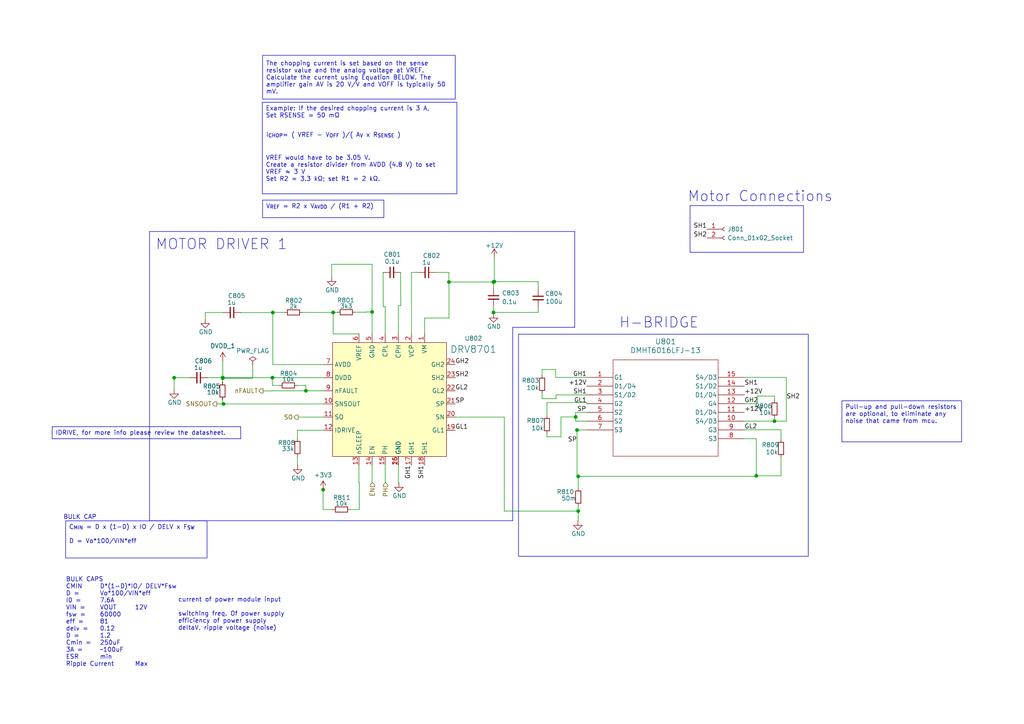
<source format=kicad_sch>
(kicad_sch (version 20231120) (generator "eeschema") (generator_version "8.0")
  (paper "A4")
  (title_block (title "Mixed Signal Board Project") (date "2024-06-24") (rev "V1.0") (company "open source") (comment 1 "this project for learning purposes"))
  (lib_symbols
    (symbol "Connector:Conn_01x02_Socket" (pin_names (offset 1.016) hide)
      (property "Reference" "J" (at 0 2.54 0))
      (property "Value" "Conn_01x02_Socket" (at 0 -5.08 0))
      (symbol "Conn_01x02_Socket_1_1"
        (arc (start 0 -2.032) (mid -0.5058 -2.54) (end 0 -3.048) (stroke (width 0.1524)))
        (polyline (pts (xy -1.27 -2.54) (xy -0.508 -2.54)) (stroke (width 0.1524)))
        (polyline (pts (xy -1.27 0) (xy -0.508 0)) (stroke (width 0.1524)))
        (arc (start 0 0.508) (mid -0.5058 0) (end 0 -0.508) (stroke (width 0.1524)))
        (pin passive line (at -5.08 0 0) (length 3.81) (name "Pin_1") (number "1"))
        (pin passive line (at -5.08 -2.54 0) (length 3.81) (name "Pin_2") (number "2"))
      )
    )
    (symbol "DMHT6016LFJ:DMHT6016LFJ-13" (pin_names (offset 0.254))
      (property "Reference" "U" (at 22.86 10.16 0))
      (property "Value" "DMHT6016LFJ-13" (at 22.86 7.62 0))
      (symbol "DMHT6016LFJ-13_0_1"
        (polyline (pts (xy 7.62 -22.86) (xy 38.1 -22.86)) (stroke (width 0.127)))
        (polyline (pts (xy 7.62 5.08) (xy 7.62 -22.86)) (stroke (width 0.127)))
        (polyline (pts (xy 38.1 -22.86) (xy 38.1 5.08)) (stroke (width 0.127)))
        (polyline (pts (xy 38.1 5.08) (xy 7.62 5.08)) (stroke (width 0.127)))
        (pin bidirectional line (at 0 0 0) (length 7.62) (name "G1") (number "1"))
        (pin bidirectional line (at 45.72 -12.7 180) (length 7.62) (name "S4/D3") (number "10"))
        (pin bidirectional line (at 45.72 -10.16 180) (length 7.62) (name "D1/D4") (number "11"))
        (pin bidirectional line (at 45.72 -7.62 180) (length 7.62) (name "G4") (number "12"))
        (pin bidirectional line (at 45.72 -5.08 180) (length 7.62) (name "D1/D4") (number "13"))
        (pin bidirectional line (at 45.72 -2.54 180) (length 7.62) (name "S1/D2") (number "14"))
        (pin bidirectional line (at 45.72 0 180) (length 7.62) (name "S4/D3") (number "15"))
        (pin bidirectional line (at 0 -2.54 0) (length 7.62) (name "D1/D4") (number "2"))
        (pin bidirectional line (at 0 -5.08 0) (length 7.62) (name "S1/D2") (number "3"))
        (pin bidirectional line (at 0 -7.62 0) (length 7.62) (name "G2") (number "4"))
        (pin bidirectional line (at 0 -10.16 0) (length 7.62) (name "S2") (number "5"))
        (pin bidirectional line (at 0 -12.7 0) (length 7.62) (name "S2") (number "6"))
        (pin bidirectional line (at 0 -15.24 0) (length 7.62) (name "S3") (number "7"))
        (pin bidirectional line (at 45.72 -17.78 180) (length 7.62) (name "S3") (number "8"))
        (pin bidirectional line (at 45.72 -15.24 180) (length 7.62) (name "G3") (number "9"))
      )
    )
    (symbol "Device:C_Small" (pin_numbers hide) (pin_names (offset 0.254) hide)
      (property "Reference" "C" (at 0.254 1.778 0))
      (property "Value" "C_Small" (at 0.254 -2.032 0))
      (symbol "C_Small_0_1"
        (polyline (pts (xy -1.524 -0.508) (xy 1.524 -0.508)) (stroke (width 0.3302)))
        (polyline (pts (xy -1.524 0.508) (xy 1.524 0.508)) (stroke (width 0.3048)))
      )
      (symbol "C_Small_1_1"
        (pin passive line (at 0 2.54 270) (length 2.032) (name "~") (number "1"))
        (pin passive line (at 0 -2.54 90) (length 2.032) (name "~") (number "2"))
      )
    )
    (symbol "Device:R_Small" (pin_numbers hide) (pin_names (offset 0.254) hide)
      (property "Reference" "R" (at 0.762 0.508 0))
      (property "Value" "R_Small" (at 0.762 -1.016 0))
      (symbol "R_Small_0_1"
        (rectangle (start -0.762 1.778) (end 0.762 -1.778) (stroke (width 0.2032)))
      )
      (symbol "R_Small_1_1"
        (pin passive line (at 0 2.54 270) (length 0.762) (name "~") (number "1"))
        (pin passive line (at 0 -2.54 90) (length 0.762) (name "~") (number "2"))
      )
    )
    (symbol "custom1:DRV8701ERGET"
      (property "Reference" "U802" (at 24.3105 17.7486 0))
      (property "Value" "DRV8701" (at 24.3105 14.5736 0))
      (symbol "DRV8701ERGET_1_0"
        (pin output line (at -19.05 -5.08 0) (length 2.54) (name "SO") (number "11"))
        (pin input line (at -19.05 -8.89 0) (length 2.54) (name "IDRIVE") (number "12"))
        (pin input line (at -8.89 -19.05 90) (length 2.54) (name "nSLEEP") (number "13"))
        (pin input line (at -5.08 -19.05 90) (length 2.54) (name "EN") (number "14"))
        (pin input line (at -1.27 -19.05 90) (length 2.54) (name "PH") (number "15"))
        (pin passive line (at 2.54 -19.05 90) (length 2.54) (name "GND") (number "16"))
        (pin output line (at 6.35 -19.05 90) (length 2.54) (name "GH1") (number "17"))
        (pin input line (at 10.16 -19.05 90) (length 2.54) (name "SH1") (number "18"))
        (pin output line (at 19.05 -8.89 180) (length 2.54) (name "GL1") (number "19"))
        (pin input line (at 19.05 -5.08 180) (length 2.54) (name "SN") (number "20"))
        (pin input line (at 19.05 -1.27 180) (length 2.54) (name "SP") (number "21"))
        (pin output line (at 19.05 2.54 180) (length 2.54) (name "GL2") (number "22"))
        (pin input line (at 19.05 6.35 180) (length 2.54) (name "SH2") (number "23"))
        (pin output line (at 19.05 10.16 180) (length 2.54) (name "GH2") (number "24"))
        (pin passive line (at 2.54 -19.05 90) (length 2.54) (name "GND") (number "25"))
        (pin passive line (at -8.89 19.05 270) (length 2.54) (name "VREF") (number "6"))
        (pin passive line (at -19.05 10.16 0) (length 2.54) (name "AVDD") (number "7"))
        (pin passive line (at -19.05 6.35 0) (length 2.54) (name "DVDD") (number "8"))
        (pin output line (at -19.05 2.54 0) (length 2.54) (name "nFAULT") (number "9"))
      )
      (symbol "DRV8701ERGET_1_1"
        (rectangle (start -16.51 16.51) (end 16.51 -16.51) (fill (type background)))
        (pin passive line (at 10.16 19.05 270) (length 2.54) (name "VM") (number "1"))
        (pin output line (at -19.05 -1.27 0) (length 2.54) (name "SNSOUT") (number "10"))
        (pin passive line (at 6.35 19.05 270) (length 2.54) (name "VCP") (number "2"))
        (pin passive line (at 2.54 19.05 270) (length 2.54) (name "CPH") (number "3"))
        (pin passive line (at -1.27 19.05 270) (length 2.54) (name "CPL") (number "4"))
        (pin passive line (at -5.08 19.05 270) (length 2.54) (name "GND") (number "5"))
      )
    )
    (symbol "power:+3V3" (power) (pin_names (offset 0))
      (property "Value" "+3V3" (at 0 3.556 0))
      (symbol "+3V3_0_1"
        (polyline (pts (xy -0.762 1.27) (xy 0 2.54)))
        (polyline (pts (xy 0 0) (xy 0 2.54)))
        (polyline (pts (xy 0 2.54) (xy 0.762 1.27)))
      )
      (symbol "+3V3_1_1"
        (pin power_in line (at 0 0 90) (length 0) hide (name "+3V3") (number "1"))
      )
    )
    (symbol "power:GND" (power) (pin_names (offset 0))
      (property "Value" "GND" (at 0 -3.81 0))
      (symbol "GND_0_1"
        (polyline (pts (xy 0 0) (xy 0 -1.27) (xy 1.27 -1.27) (xy 0 -2.54) (xy -1.27 -1.27) (xy 0 -1.27)))
      )
      (symbol "GND_1_1"
        (pin power_in line (at 0 0 270) (length 0) hide (name "GND") (number "1"))
      )
    )
    (symbol "power:PWR_FLAG" (power) (pin_numbers hide) (pin_names (offset 0) hide)
      (property "Value" "PWR_FLAG" (at 0 3.81 0))
      (symbol "PWR_FLAG_0_0"
        (pin power_out line (at 0 0 90) (length 0) (name "pwr") (number "1"))
      )
      (symbol "PWR_FLAG_0_1"
        (polyline (pts (xy 0 0) (xy 0 1.27) (xy -1.016 1.905) (xy 0 2.54) (xy 1.016 1.905) (xy 0 1.27)))
      )
    )
    (symbol "power:VDD" (power) (pin_names (offset 0))
      (property "Value" "VDD" (at 0 3.81 0))
      (symbol "VDD_0_1"
        (polyline (pts (xy -0.762 1.27) (xy 0 2.54)))
        (polyline (pts (xy 0 0) (xy 0 2.54)))
        (polyline (pts (xy 0 2.54) (xy 0.762 1.27)))
      )
      (symbol "VDD_1_1"
        (pin power_in line (at 0 0 90) (length 0) hide (name "VDD") (number "1"))
      )
    )
    (symbol "power:VMEM" (power) (pin_names (offset 0))
      (property "Value" "VMEM" (at 0 3.81 0))
      (symbol "VMEM_0_1"
        (polyline (pts (xy -0.762 1.27) (xy 0 2.54)))
        (polyline (pts (xy 0 0) (xy 0 2.54)))
        (polyline (pts (xy 0 2.54) (xy 0.762 1.27)))
      )
      (symbol "VMEM_1_1"
        (pin power_in line (at 0 0 90) (length 0) hide (name "VMEM") (number "1"))
      )
    )
  )
  (junction (at 79.0177 109.5419))
  (junction (at 50.5058 109.5549))
  (junction (at 88.7205 113.3519))
  (junction (at 143.1306 90.6219))
  (junction (at 167.3587 124.72))
  (junction (at 143.1306 81.7999))
  (junction (at 224.6329 122.1562))
  (junction (at 219.3517 138.0065))
  (junction (at 64.8518 117.1619))
  (junction (at 79.1273 90.6602))
  (junction (at 64.6105 109.6926))
  (junction (at 64.6094 109.5419))
  (junction (at 96.6277 90.6206))
  (junction (at 64.6105 109.5419))
  (junction (at 143.3675 81.6836))
  (junction (at 167.7021 148.2406))
  (junction (at 166.9692 120.9327))
  (junction (at 130.2171 81.7999))
  (junction (at 167.7021 138.1535))
  (junction (at 107.919 90.4795))
  (junction (at 93.7157 142.0364))
  (wire (pts (xy 86.2743 127.2689) (xy 86.2743 124.7819)))
  (wire (pts (xy 64.5286 110.8766) (xy 64.5286 109.7388)))
  (wire (pts (xy 79.1273 90.6602) (xy 69.8305 90.6602)))
  (wire (pts (xy 226.5301 127.5278) (xy 226.5301 124.6577)))
  (wire (pts (xy 87.6654 90.6206) (xy 96.6277 90.6206)))
  (wire (pts (xy 73.3042 105.9909) (xy 73.3042 109.6926)))
  (wire (pts (xy 76.3291 113.3847) (xy 76.3291 113.3635)))
  (wire (pts (xy 166.9692 122.1562) (xy 166.9692 120.9327)))
  (wire (pts (xy 219.3517 138.0065) (xy 219.3517 127.2362)))
  (wire (pts (xy 166.9692 119.6162) (xy 170.1866 119.6162)))
  (wire (pts (xy 132.049 120.9719) (xy 146.2613 120.9719)))
  (wire (pts (xy 101.5889 147.7799) (xy 104.1998 147.7799)))
  (wire (pts (xy 116.1917 79.0176) (xy 116.2443 88.6448)))
  (wire (pts (xy 167.7021 148.2406) (xy 167.7021 151.0858)))
  (wire (pts (xy 157.2225 115.6403) (xy 161.2831 115.6403)))
  (wire (pts (xy 64.6105 109.5419) (xy 64.6094 109.5419)))
  (wire (pts (xy 111.729 96.8419) (xy 111.729 88.927)))
  (wire (pts (xy 64.7505 90.65) (xy 59.5287 90.65)))
  (wire (pts (xy 170.1866 116.7576) (xy 170.1866 117.0762)))
  (wire (pts (xy 161.1655 107.1724) (xy 161.1655 109.4562)))
  (wire (pts (xy 104.109 134.9419) (xy 104.109 139.9316)))
  (wire (pts (xy 166.9692 120.9327) (xy 166.9692 119.6162)))
  (wire (pts (xy 226.5301 132.6078) (xy 226.5301 138.0065)))
  (wire (pts (xy 146.2613 148.2406) (xy 167.7021 148.2406)))
  (wire (pts (xy 107.919 134.9419) (xy 107.919 139.9316)))
  (wire (pts (xy 156.0904 83.8984) (xy 156.0904 81.6836)))
  (wire (pts (xy 86.2743 134.9599) (xy 86.3449 134.9599)))
  (wire (pts (xy 130.1898 81.7999) (xy 130.2171 81.7999)))
  (wire (pts (xy 93.7157 147.7799) (xy 93.7157 142.0364)))
  (wire (pts (xy 79.1273 90.6602) (xy 79.1273 105.7319)))
  (wire (pts (xy 111.729 139.9316) (xy 111.8198 139.9316)))
  (wire (pts (xy 78.9001 113.3847) (xy 76.3291 113.3847)))
  (wire (pts (xy 64.8518 117.1619) (xy 93.949 117.1619)))
  (wire (pts (xy 226.5301 138.0065) (xy 219.3517 138.0065)))
  (wire (pts (xy 88.7205 111.7904) (xy 88.7205 113.3519)))
  (polyline (pts (xy 166.6967 67.1456) (xy 166.6967 94.9371)))
  (wire (pts (xy 106.1541 90.4795) (xy 107.919 90.4795)))
  (wire (pts (xy 64.8518 117.1494) (xy 64.8518 117.1619)))
  (wire (pts (xy 219.6054 114.8759) (xy 219.6054 117.0762)))
  (wire (pts (xy 96.2043 76.6485) (xy 96.2043 80.3885)))
  (wire (pts (xy 224.6329 114.8759) (xy 219.6054 114.8759)))
  (wire (pts (xy 130.1898 79.006) (xy 130.1898 81.7999)))
  (wire (pts (xy 64.6105 109.6926) (xy 64.6105 109.5419)))
  (wire (pts (xy 167.7021 151.0858) (xy 167.6005 151.0858)))
  (wire (pts (xy 224.6329 121.1505) (xy 224.6329 122.1562)))
  (wire (pts (xy 130.2171 81.7999) (xy 143.1306 81.7999)))
  (wire (pts (xy 64.6094 109.5419) (xy 60.1592 109.5419)))
  (wire (pts (xy 167.7021 146.716) (xy 167.7021 148.2406)))
  (wire (pts (xy 69.8305 90.6602) (xy 69.8305 90.65)))
  (wire (pts (xy 224.6329 116.0705) (xy 224.6329 114.8759)))
  (wire (pts (xy 107.919 139.9316) (xy 108.0098 139.9316)))
  (wire (pts (xy 78.9001 113.3519) (xy 78.9001 113.3847)))
  (wire (pts (xy 93.7157 142.0364) (xy 93.7363 142.0364)))
  (wire (pts (xy 161.2831 114.5362) (xy 170.1866 114.5362)))
  (wire (pts (xy 96.6277 96.8419) (xy 96.6277 90.6206)))
  (wire (pts (xy 111.729 88.927) (xy 111.1643 88.927)))
  (wire (pts (xy 64.6094 104.7632) (xy 64.6094 109.5419)))
  (wire (pts (xy 226.5301 124.6577) (xy 215.9066 124.6577)))
  (wire (pts (xy 62.8785 117.1494) (xy 64.8518 117.1494)))
  (wire (pts (xy 143.1306 81.7999) (xy 143.1306 83.729)))
  (wire (pts (xy 59.5287 90.65) (xy 59.5287 92.5553)))
  (wire (pts (xy 115.539 134.9419) (xy 115.539 140.0728)))
  (wire (pts (xy 86.2743 124.7819) (xy 93.949 124.7819)))
  (wire (pts (xy 119.3681 80.3101) (xy 119.3681 79.006)))
  (wire (pts (xy 50.4962 109.5549) (xy 50.5058 109.5549)))
  (wire (pts (xy 219.3517 138.1535) (xy 219.3517 138.0065)))
  (wire (pts (xy 60.1592 109.5419) (xy 60.1592 109.5549)))
  (wire (pts (xy 64.5286 117.1619) (xy 64.8518 117.1619)))
  (wire (pts (xy 104.109 139.9316) (xy 104.1998 139.9316)))
  (wire (pts (xy 158.6339 126.6956) (xy 162.6944 126.6956)))
  (wire (pts (xy 126.3517 79.0176) (xy 130.1898 79.006)))
  (wire (pts (xy 107.919 76.6485) (xy 96.2043 76.6485)))
  (wire (pts (xy 64.6105 109.7388) (xy 64.6105 109.6926)))
  (polyline (pts (xy 166.6967 94.9371) (xy 148.7175 94.9371)))
  (wire (pts (xy 93.949 105.7319) (xy 79.1273 105.7319)))
  (wire (pts (xy 115.539 88.6448) (xy 115.539 96.8419)))
  (wire (pts (xy 143.3675 74.7098) (xy 143.3675 81.6836)))
  (polyline (pts (xy 43.3826 151.0192) (xy 43.3826 67.1456)))
  (wire (pts (xy 79.0177 111.7904) (xy 79.0177 109.5419)))
  (wire (pts (xy 104.109 96.8419) (xy 96.6277 96.8419)))
  (wire (pts (xy 116.2443 88.6448) (xy 115.539 88.6448)))
  (wire (pts (xy 86.2743 132.3489) (xy 86.2743 134.9599)))
  (wire (pts (xy 93.949 109.5419) (xy 79.0177 109.5419)))
  (wire (pts (xy 143.1306 88.809) (xy 143.1306 90.6219)))
  (wire (pts (xy 143.1306 90.6219) (xy 143.1306 90.9734)))
  (wire (pts (xy 167.3587 138.1535) (xy 167.7021 138.1535)))
  (wire (pts (xy 219.6054 117.0762) (xy 215.9066 117.0762)))
  (wire (pts (xy 156.0904 90.6219) (xy 143.1306 90.6219)))
  (wire (pts (xy 50.5058 109.5549) (xy 55.0792 109.5549)))
  (wire (pts (xy 119.349 80.3101) (xy 119.349 96.8419)))
  (wire (pts (xy 96.5089 147.7799) (xy 93.7157 147.7799)))
  (wire (pts (xy 111.1643 88.927) (xy 111.1117 79.0176)))
  (wire (pts (xy 167.7021 141.636) (xy 167.7021 138.1535)))
  (polyline (pts (xy 43.3826 67.1456) (xy 166.6967 67.1456)))
  (wire (pts (xy 73.3042 109.6926) (xy 64.6105 109.6926)))
  (polyline (pts (xy 148.7175 94.9371) (xy 148.7175 151.0067)))
  (wire (pts (xy 157.2225 113.9882) (xy 157.2225 115.6403)))
  (wire (pts (xy 119.3681 79.006) (xy 121.2717 79.0176)))
  (wire (pts (xy 143.3675 81.6836) (xy 143.3675 81.7999)))
  (wire (pts (xy 161.2831 115.6403) (xy 161.2831 114.5362)))
  (wire (pts (xy 88.7205 113.3519) (xy 78.9001 113.3519)))
  (wire (pts (xy 167.3587 124.6962) (xy 167.3587 124.72)))
  (wire (pts (xy 82.5854 90.6206) (xy 79.1273 90.6206)))
  (wire (pts (xy 170.1866 124.6962) (xy 167.3587 124.72)))
  (wire (pts (xy 86.1719 111.7904) (xy 88.7205 111.7904)))
  (wire (pts (xy 158.6339 116.7576) (xy 170.1866 116.7576)))
  (wire (pts (xy 215.9066 122.1562) (xy 224.6329 122.1562)))
  (wire (pts (xy 107.919 96.8419) (xy 107.919 90.4795)))
  (wire (pts (xy 97.8982 90.6206) (xy 97.8982 90.55)))
  (wire (pts (xy 50.5058 109.5549) (xy 50.5058 113.0098)))
  (wire (pts (xy 119.3681 80.3101) (xy 119.349 80.3101)))
  (wire (pts (xy 228.0642 109.4562) (xy 215.9066 109.4562)))
  (wire (pts (xy 81.0919 111.7904) (xy 79.0177 111.7904)))
  (wire (pts (xy 215.9066 124.6577) (xy 215.9066 124.6962)))
  (wire (pts (xy 64.5286 109.7388) (xy 64.6105 109.7388)))
  (wire (pts (xy 104.1998 147.7799) (xy 104.1998 139.9316)))
  (wire (pts (xy 123.159 96.8419) (xy 123.159 92.2436)))
  (wire (pts (xy 130.2171 92.2436) (xy 130.2171 81.7999)))
  (wire (pts (xy 115.539 140.0728) (xy 115.7015 140.0728)))
  (wire (pts (xy 106.1541 90.55) (xy 106.1541 90.4795)))
  (wire (pts (xy 162.6944 126.6956) (xy 162.6944 120.9327)))
  (wire (pts (xy 146.2613 120.9719) (xy 146.2613 148.2406)))
  (wire (pts (xy 228.0642 122.1562) (xy 228.0642 109.4562)))
  (wire (pts (xy 224.6329 122.1562) (xy 228.0642 122.1562)))
  (wire (pts (xy 64.5286 115.9566) (xy 64.5286 117.1619)))
  (wire (pts (xy 123.159 92.2436) (xy 130.2171 92.2436)))
  (wire (pts (xy 162.6944 120.9327) (xy 166.9692 120.9327)))
  (wire (pts (xy 79.1273 90.6206) (xy 79.1273 90.6602)))
  (wire (pts (xy 219.3517 127.2362) (xy 215.9066 127.2362)))
  (wire (pts (xy 102.9782 90.55) (xy 106.1541 90.55)))
  (wire (pts (xy 167.7021 138.1535) (xy 219.3517 138.1535)))
  (wire (pts (xy 158.6339 125.7021) (xy 158.6339 126.6956)))
  (wire (pts (xy 161.1655 109.4562) (xy 170.1866 109.4562)))
  (wire (pts (xy 86.486 120.9719) (xy 86.486 121.016)))
  (wire (pts (xy 143.3675 81.7999) (xy 143.1306 81.7999)))
  (wire (pts (xy 156.0904 88.9784) (xy 156.0904 90.6219)))
  (wire (pts (xy 157.2225 107.1724) (xy 161.1655 107.1724)))
  (wire (pts (xy 93.949 120.9719) (xy 86.486 120.9719)))
  (wire (pts (xy 158.6339 120.6221) (xy 158.6339 116.7576)))
  (wire (pts (xy 157.2225 108.9082) (xy 157.2225 107.1724)))
  (wire (pts (xy 167.3587 124.72) (xy 167.3587 138.1535)))
  (wire (pts (xy 170.1866 122.1562) (xy 166.9692 122.1562)))
  (wire (pts (xy 79.0177 109.5419) (xy 64.6105 109.5419)))
  (polyline (pts (xy 148.7238 151.0192) (xy 43.3826 151.0192)))
  (wire (pts (xy 93.949 113.3519) (xy 88.7205 113.3519)))
  (wire (pts (xy 111.729 134.9419) (xy 111.729 139.9316)))
  (wire (pts (xy 156.0904 81.6836) (xy 143.3675 81.6836)))
  (wire (pts (xy 96.6277 90.6206) (xy 97.8982 90.6206)))
  (wire (pts (xy 107.919 90.4795) (xy 107.919 76.6485)))
  (rectangle (start 150.388 96.9341) (end 234.4279 161.337))
  (rectangle (start 200.142 59.6389) (end 233.0653 73.174))
  (text_box "Pull-up and pull-down resistors are optional, to eliminate any noise that came from mcu." (at 244.1833 116.2401 0) (size 34.7174 11.9194) (effects (font (size 1.27 1.27)) (justify left top)))
  (text_box "Example: If the desired chopping current is 3 A,\nSet RSENSE = 50 mΩ\n\n\n\n\n\nVREF would have to be 3.05 V.\nCreate a resistor divider from AVDD (4.8 V) to set VREF ≈ 3 V\nSet R2 = 3.3 kΩ; set R1 = 2 kΩ." (at 76.0878 29.6613 0) (size 56.4248 26.5523) (effects (font (size 1.27 1.27)) (justify left top)))
  (text_box "IDRIVE, for more info please review the datasheet.\n" (at 15.1301 123.7514 0) (size 54.6854 3.5016) (effects (font (size 1.27 1.27)) (justify left top)))
  (text_box "C_{MIN} = D x (1-D) x IO / DELV x F_{SW}\n\nD = Vo*100/VIN*eff\n" (at 19.0322 151.0655 0) (size 41.0191 10.772) (effects (font (size 1.27 1.27)) (justify left top)))
  (text_box "V_{REF} = R2 x V_{AVDD} / (R1 + R2)\n" (at 76.1554 58.0394 0) (size 35.1797 5.0958) (effects (font (size 1.27 1.27)) (justify left top)))
  (text_box "The chopping current is set based on the sense resistor value and the analog voltage at VREF. Calculate the current using Equation BELOW. The amplifier gain AV is 20 V/V and VOFF is typically 50 mV." (at 76.1554 16.0439 0) (size 55.88 12.7) (effects (font (size 1.27 1.27)) (justify left)))
  (text "MOTOR DRIVER 1" (at 64.2474 70.9989 0) (effects (font (size 3 3))))
  (text "Motor Connections\n" (at 220.4795 57.0893 0) (effects (font (size 3 3))))
  (text "H-BRIDGE" (at 191.1256 93.7239 0) (effects (font (size 3 3))))
  (text "BULK CAPS	\nCMIN	D*(1-D)*IO/ DELV*Fsw\nD = 	Vo*100/VIN*eff\nI0 = 	7.6A\nVIN = 	VOUT	12V\nfsw = 	60000\neff = 	81\ndelv = 	0.12\nD = 	1.2\nCmin = 	250uF\n3A = 	~100uF\nESR		min\nRipple Current 	Max\n" (at 19.0729 167.4257 0) (effects (font (size 1.27 1.27)) (justify left top)))
  (text "BULK CAP \n" (at 23.6658 150.09 0) (effects (font (size 1.27 1.27))))
  (text "\n\n\ncurrent of power module input\n\nswitching freq. Of power supply\nefficiency of power supply \ndeltaV, ripple voltage (noise)\n" (at 51.6303 167.1819 0) (effects (font (size 1.27 1.27)) (justify left top)))
  (text "I_{CHOP}= ( VREF - V_{OFF} )/( A_{V} x R_{SENSE} )" (at 96.6953 39.2944 0) (effects (font (size 1.27 1.27))))
  (label "SH2" (at 228.0642 115.9609 0))
  (label "SH1" (at 215.9066 111.9962 0))
  (label "GH2" (at 132.049 105.7319 0))
  (label "GH1" (at 119.349 134.9419 270))
  (label "SH1" (at 170.1866 114.5362 180))
  (label "GL2" (at 215.9066 124.6962 0))
  (label "GH2" (at 215.9066 117.0762 0))
  (label "SP" (at 167.3757 119.6162 0))
  (label "+12V" (at 170.1866 111.9962 180))
  (label "SH1" (at 123.159 134.9419 270))
  (label "SP" (at 132.049 117.1619 0))
  (label "SH2" (at 205.0609 69.0074 180))
  (label "SH1" (at 205.0609 66.4674 180))
  (label "+12V" (at 215.9066 119.6162 0))
  (label "GL1" (at 132.049 124.7819 0))
  (label "GH1" (at 170.1866 109.4562 180))
  (label "SP" (at 167.3587 128.4557 180))
  (label "+12V" (at 215.9066 114.5362 0))
  (label "GL2" (at 132.049 113.3519 0))
  (label "SH2" (at 132.049 109.5419 0))
  (label "GL1" (at 170.1866 117.0762 180))
  (hierarchical_label "SO" (shape output) (at 86.486 121.016 180))
  (hierarchical_label "nFAULT" (shape output) (at 76.3291 113.3635 180))
  (hierarchical_label "SNSOUT" (shape output) (at 62.8785 117.1494 180))
  (hierarchical_label "PH" (shape input) (at 111.8198 139.9316 270))
  (hierarchical_label "EN" (shape input) (at 108.0098 139.9316 270))
  (symbol (lib_id "power:PWR_FLAG") (at 73.3042 105.9909 0) (unit 1)
    (property "Reference" "#FLG0405" (effects (hide yes)))
    (property "Value" "PWR_FLAG" (at 73.3042 101.7752 0))
    (property "Description" "Special symbol for telling ERC where power comes from" (effects (hide yes)))
  )
  (symbol (lib_id "power:GND") (at 96.2043 80.3885 0) (unit 1)
    (property "Reference" "#PWR0462" (effects (hide yes)))
    (property "Value" "GND" (at 96.3513 84.1129 0))
    (property "Description" "Power symbol creates a global label with name \"GND\" , ground" (effects (hide yes)))
  )
  (symbol (lib_id "Device:C_Small") (at 156.0904 86.4384 0) (unit 1)
    (property "Reference" "C804" (at 158.0577 85.1531 0) (effects (justify left)))
    (property "Value" "100u" (at 158.1753 87.4465 0) (effects (justify left)))
    (property "Footprint" "Capacitor_SMD:C_Elec_8x10.2" (effects (hide yes)))
    (property "Description" "Unpolarized capacitor, small symbol" (effects (hide yes)))
  )
  (symbol (lib_id "power:GND") (at 143.1306 90.9734 0) (unit 1)
    (property "Reference" "#PWR0463" (effects (hide yes)))
    (property "Value" "GND" (at 143.2776 94.6978 0))
    (property "Description" "Power symbol creates a global label with name \"GND\" , ground" (effects (hide yes)))
  )
  (symbol (lib_id "Device:R_Small") (at 85.1254 90.6206 90) (unit 1)
    (property "Reference" "R802" (at 85.196 87.1629 90))
    (property "Value" "2k" (at 85.1254 88.8565 90))
    (property "Footprint" "Resistor_SMD:R_0805_2012Metric_Pad1.20x1.40mm_HandSolder" (effects (hide yes)))
    (property "Description" "Resistor, small symbol" (effects (hide yes)))
  )
  (symbol (lib_id "power:GND") (at 59.5287 92.5553 0) (unit 1)
    (property "Reference" "#PWR0464" (effects (hide yes)))
    (property "Value" "GND" (at 59.6757 96.2797 0))
    (property "Description" "Power symbol creates a global label with name \"GND\" , ground" (effects (hide yes)))
  )
  (symbol (lib_id "Device:C_Small") (at 67.2905 90.65 270) (unit 1)
    (property "Reference" "C805" (at 66.0909 85.781 90) (effects (justify left)))
    (property "Value" "1u" (at 65.8792 87.7568 90) (effects (justify left)))
    (property "Footprint" "Capacitor_SMD:C_0805_2012Metric" (effects (hide yes)))
    (property "Description" "Unpolarized capacitor, small symbol" (effects (hide yes)))
  )
  (symbol (lib_id "DMHT6016LFJ:DMHT6016LFJ-13") (at 170.1866 109.4562 0) (unit 1)
    (property "Reference" "U801" (at 193.0466 99.0789 0) (effects (font (size 1.524 1.524))))
    (property "Value" "DMHT6016LFJ-13" (at 193.0466 101.6189 0) (effects (font (size 1.524 1.524))))
    (property "Footprint" "footprints:V-DFN5045-12_DIO" (effects (hide yes)))
    (property "Datasheet" "DMHT6016LFJ-13" (effects (hide yes)))
  )
  (symbol (lib_id "Device:C_Small") (at 113.6517 79.0176 90) (unit 1)
    (property "Reference" "C801" (at 113.7932 73.7957 90))
    (property "Value" "0.1u" (at 113.7226 75.8422 90))
    (property "Footprint" "Capacitor_SMD:C_0805_2012Metric" (effects (hide yes)))
    (property "Description" "Unpolarized capacitor, small symbol" (effects (hide yes)))
  )
  (symbol (lib_id "Device:R_Small") (at 158.6339 123.1621 180) (unit 1)
    (property "Reference" "R807" (at 155.285 121.9912 0))
    (property "Value" "10k" (at 155.9319 124.167 0))
    (property "Footprint" "Resistor_SMD:R_0805_2012Metric_Pad1.20x1.40mm_HandSolder" (effects (hide yes)))
    (property "Description" "Resistor, small symbol" (effects (hide yes)))
  )
  (symbol (lib_id "power:GND") (at 86.3449 134.9599 0) (unit 1)
    (property "Reference" "#PWR0467" (effects (hide yes)))
    (property "Value" "GND" (at 86.4919 138.6843 0))
    (property "Description" "Power symbol creates a global label with name \"GND\" , ground" (effects (hide yes)))
  )
  (symbol (lib_id "power:GND") (at 115.7015 140.0728 0) (unit 1)
    (property "Reference" "#PWR0468" (effects (hide yes)))
    (property "Value" "GND" (at 115.8485 143.7972 0))
    (property "Description" "Power symbol creates a global label with name \"GND\" , ground" (effects (hide yes)))
  )
  (symbol (lib_id "Device:R_Small") (at 157.2225 111.4482 180) (unit 1)
    (property "Reference" "R803" (at 153.8737 110.3478 0))
    (property "Value" "10k" (at 154.5205 112.4648 0))
    (property "Footprint" "Resistor_SMD:R_0805_2012Metric_Pad1.20x1.40mm_HandSolder" (effects (hide yes)))
    (property "Description" "Resistor, small symbol" (effects (hide yes)))
  )
  (symbol (lib_id "Device:R_Small") (at 86.2743 129.8089 180) (unit 1)
    (property "Reference" "R808" (at 83.1164 128.4041 0))
    (property "Value" "33k" (at 83.5398 130.1683 0))
    (property "Footprint" "Resistor_SMD:R_0805_2012Metric_Pad1.20x1.40mm_HandSolder" (effects (hide yes)))
    (property "Description" "Resistor, small symbol" (effects (hide yes)))
  )
  (symbol (lib_id "Device:R_Small") (at 167.7021 144.176 180) (unit 1)
    (property "Reference" "R810" (at 163.9981 142.6585 0))
    (property "Value" "50m" (at 164.9676 144.5354 0))
    (property "Footprint" "Resistor_SMD:R_2512_6332Metric_Pad1.40x3.35mm_HandSolder" (effects (hide yes)))
    (property "Description" "Resistor, small symbol" (effects (hide yes)))
  )
  (symbol (lib_id "power:GND") (at 167.6005 151.0858 0) (unit 1)
    (property "Reference" "#PWR0470" (effects (hide yes)))
    (property "Value" "GND" (at 167.7475 154.8102 0))
    (property "Description" "Power symbol creates a global label with name \"GND\" , ground" (effects (hide yes)))
  )
  (symbol (lib_id "Device:C_Small") (at 143.1306 86.269 0) (unit 1)
    (property "Reference" "C803" (at 145.568 85.0052 0) (effects (justify left)))
    (property "Value" "0.1u" (at 145.568 87.5452 0) (effects (justify left)))
    (property "Footprint" "Capacitor_SMD:C_0805_2012Metric" (effects (hide yes)))
    (property "Description" "Unpolarized capacitor, small symbol" (effects (hide yes)))
  )
  (symbol (lib_id "Device:R_Small") (at 224.6329 118.6105 180) (unit 1)
    (property "Reference" "R806" (at 221.4476 117.7692 0))
    (property "Value" "10k" (at 221.9866 119.6803 0))
    (property "Footprint" "Resistor_SMD:R_0805_2012Metric_Pad1.20x1.40mm_HandSolder" (effects (hide yes)))
    (property "Description" "Resistor, small symbol" (effects (hide yes)))
  )
  (symbol (lib_id "power:GND") (at 50.5058 113.0098 0) (unit 1)
    (property "Reference" "#PWR0466" (effects (hide yes)))
    (property "Value" "GND" (at 50.6528 116.7342 0))
    (property "Description" "Power symbol creates a global label with name \"GND\" , ground" (effects (hide yes)))
  )
  (symbol (lib_id "power:VMEM") (at 143.3675 74.7098 0) (unit 1)
    (property "Reference" "#PWR0461" (effects (hide yes)))
    (property "Value" "+12V" (at 143.3491 71.2018 0))
    (property "Description" "Power symbol creates a global label with name \"VMEM\"" (effects (hide yes)))
  )
  (symbol (lib_id "Device:C_Small") (at 57.6192 109.5549 270) (unit 1)
    (property "Reference" "C806" (at 56.4196 104.6859 90) (effects (justify left)))
    (property "Value" "1u" (at 56.2079 106.6617 90) (effects (justify left)))
    (property "Footprint" "Capacitor_SMD:C_0805_2012Metric" (effects (hide yes)))
    (property "Description" "Unpolarized capacitor, small symbol" (effects (hide yes)))
  )
  (symbol (lib_id "power:VDD") (at 64.6094 104.7632 0) (unit 1)
    (property "Reference" "#PWR0465" (effects (hide yes)))
    (property "Value" "DVDD_1" (at 64.6094 100.33 0))
    (property "Description" "Power symbol creates a global label with name \"VDD\"" (effects (hide yes)))
  )
  (symbol (lib_id "power:+3V3") (at 93.7157 142.0364 0) (unit 1)
    (property "Reference" "#PWR0469" (effects (hide yes)))
    (property "Value" "+3V3" (at 93.7157 137.795 0))
    (property "Description" "Power symbol creates a global label with name \"+3V3\"" (effects (hide yes)))
  )
  (symbol (lib_id "Device:R_Small") (at 100.4382 90.55 90) (unit 1)
    (property "Reference" "R801" (at 100.2971 87.0923 90))
    (property "Value" "3k3" (at 100.4382 88.7859 90))
    (property "Footprint" "Resistor_SMD:R_0805_2012Metric_Pad1.20x1.40mm_HandSolder" (effects (hide yes)))
    (property "Description" "Resistor, small symbol" (effects (hide yes)))
  )
  (symbol (lib_id "Device:R_Small") (at 226.5301 130.0678 180) (unit 1)
    (property "Reference" "R809" (at 223.4428 129.0315 0))
    (property "Value" "10k" (at 223.8838 131.1387 0))
    (property "Footprint" "Resistor_SMD:R_0805_2012Metric_Pad1.20x1.40mm_HandSolder" (effects (hide yes)))
    (property "Description" "Resistor, small symbol" (effects (hide yes)))
  )
  (symbol (lib_id "Device:R_Small") (at 64.5286 113.4166 180) (unit 1)
    (property "Reference" "R805" (at 61.3707 112.0118 0))
    (property "Value" "10k" (at 61.7941 113.776 0))
    (property "Footprint" "Resistor_SMD:R_0805_2012Metric_Pad1.20x1.40mm_HandSolder" (effects (hide yes)))
    (property "Description" "Resistor, small symbol" (effects (hide yes)))
  )
  (symbol (lib_id "custom1:DRV8701ERGET") (at 112.999 115.8919 0) (unit 1)
    (property "Reference" "U802" (at 137.3095 98.1433 0))
    (property "Value" "DRV8701" (at 137.3095 101.3183 0) (effects (font (size 2 2))))
    (property "Footprint" "footprints:RGE0024F" (effects (hide yes)))
    (property "Datasheet" "https://www.ti.com/lit/ds/symlink/drv8701.pdf" (effects (hide yes)))
    (property "Description" "The DRV8701 is a single H-bridge gate driver that uses four extermal N-channel MOSFETs targeted to drive a 12V to 24V bidirectional brushed DC motor." (effects (hide yes)))
  )
  (symbol (lib_id "Device:C_Small") (at 123.8117 79.0176 270) (unit 1)
    (property "Reference" "C802" (at 122.6121 74.1486 90) (effects (justify left)))
    (property "Value" "1u" (at 122.4004 76.1244 90) (effects (justify left)))
    (property "Footprint" "Capacitor_SMD:C_0805_2012Metric" (effects (hide yes)))
    (property "Description" "Unpolarized capacitor, small symbol" (effects (hide yes)))
  )
  (symbol (lib_id "Connector:Conn_01x02_Socket") (at 210.1409 66.4674 0) (unit 1)
    (property "Reference" "J801" (at 210.9823 66.4673 0) (effects (justify left)))
    (property "Value" "Conn_01x02_Socket" (at 210.9823 69.0073 0) (effects (justify left)))
    (property "Footprint" "TerminalBlock_Phoenix:TerminalBlock_Phoenix_PT-1,5-2-5.0-H_1x02_P5.00mm_Horizontal" (effects (hide yes)))
    (property "Description" "Generic connector, single row, 01x02, script generated" (effects (hide yes)))
  )
  (symbol (lib_id "Device:R_Small") (at 99.0489 147.7799 90) (unit 1)
    (property "Reference" "R811" (at 99.1195 144.3222 90))
    (property "Value" "10k" (at 99.0489 146.0158 90))
    (property "Footprint" "Resistor_SMD:R_0805_2012Metric_Pad1.20x1.40mm_HandSolder" (effects (hide yes)))
    (property "Description" "Resistor, small symbol" (effects (hide yes)))
  )
  (symbol (lib_id "Device:R_Small") (at 83.6319 111.7904 90) (unit 1)
    (property "Reference" "R804" (at 83.7025 108.3327 90))
    (property "Value" "10k" (at 83.6319 110.0263 90))
    (property "Footprint" "Resistor_SMD:R_0805_2012Metric_Pad1.20x1.40mm_HandSolder" (effects (hide yes)))
    (property "Description" "Resistor, small symbol" (effects (hide yes)))
  )
)
</source>
